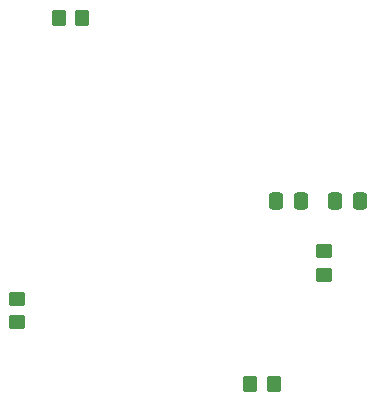
<source format=gbr>
%TF.GenerationSoftware,KiCad,Pcbnew,8.0.8*%
%TF.CreationDate,2025-02-27T23:00:34-08:00*%
%TF.ProjectId,514_final_display_pcb,3531345f-6669-46e6-916c-5f646973706c,rev?*%
%TF.SameCoordinates,Original*%
%TF.FileFunction,Paste,Top*%
%TF.FilePolarity,Positive*%
%FSLAX46Y46*%
G04 Gerber Fmt 4.6, Leading zero omitted, Abs format (unit mm)*
G04 Created by KiCad (PCBNEW 8.0.8) date 2025-02-27 23:00:34*
%MOMM*%
%LPD*%
G01*
G04 APERTURE LIST*
G04 Aperture macros list*
%AMRoundRect*
0 Rectangle with rounded corners*
0 $1 Rounding radius*
0 $2 $3 $4 $5 $6 $7 $8 $9 X,Y pos of 4 corners*
0 Add a 4 corners polygon primitive as box body*
4,1,4,$2,$3,$4,$5,$6,$7,$8,$9,$2,$3,0*
0 Add four circle primitives for the rounded corners*
1,1,$1+$1,$2,$3*
1,1,$1+$1,$4,$5*
1,1,$1+$1,$6,$7*
1,1,$1+$1,$8,$9*
0 Add four rect primitives between the rounded corners*
20,1,$1+$1,$2,$3,$4,$5,0*
20,1,$1+$1,$4,$5,$6,$7,0*
20,1,$1+$1,$6,$7,$8,$9,0*
20,1,$1+$1,$8,$9,$2,$3,0*%
G04 Aperture macros list end*
%ADD10RoundRect,0.250000X-0.450000X0.350000X-0.450000X-0.350000X0.450000X-0.350000X0.450000X0.350000X0*%
%ADD11RoundRect,0.250000X0.350000X0.450000X-0.350000X0.450000X-0.350000X-0.450000X0.350000X-0.450000X0*%
%ADD12RoundRect,0.250000X-0.350000X-0.450000X0.350000X-0.450000X0.350000X0.450000X-0.350000X0.450000X0*%
%ADD13RoundRect,0.250000X0.450000X-0.350000X0.450000X0.350000X-0.450000X0.350000X-0.450000X-0.350000X0*%
%ADD14RoundRect,0.250000X0.337500X0.475000X-0.337500X0.475000X-0.337500X-0.475000X0.337500X-0.475000X0*%
%ADD15RoundRect,0.250000X-0.337500X-0.475000X0.337500X-0.475000X0.337500X0.475000X-0.337500X0.475000X0*%
G04 APERTURE END LIST*
D10*
%TO.C,R4*%
X132500000Y-103000000D03*
X132500000Y-105000000D03*
%TD*%
D11*
%TO.C,R2*%
X128250000Y-114250000D03*
X126250000Y-114250000D03*
%TD*%
D12*
%TO.C,R1*%
X110000000Y-83250000D03*
X112000000Y-83250000D03*
%TD*%
D13*
%TO.C,R3*%
X106500000Y-109000000D03*
X106500000Y-107000000D03*
%TD*%
D14*
%TO.C,C1*%
X135500000Y-98750000D03*
X133425000Y-98750000D03*
%TD*%
D15*
%TO.C,C2*%
X128425000Y-98750000D03*
X130500000Y-98750000D03*
%TD*%
M02*

</source>
